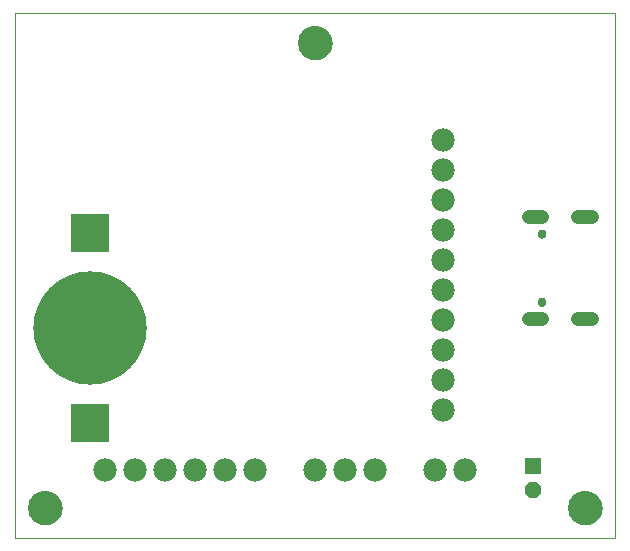
<source format=gbs>
G75*
%MOIN*%
%OFA0B0*%
%FSLAX25Y25*%
%IPPOS*%
%LPD*%
%AMOC8*
5,1,8,0,0,1.08239X$1,22.5*
%
%ADD10C,0.00000*%
%ADD11C,0.11424*%
%ADD12C,0.04762*%
%ADD13C,0.02959*%
%ADD14C,0.07800*%
%ADD15R,0.05518X0.05518*%
%ADD16OC8,0.05518*%
%ADD17R,0.12998X0.12998*%
%ADD18C,0.37802*%
D10*
X0002500Y0080658D02*
X0202500Y0080658D01*
X0202500Y0255658D01*
X0002500Y0255658D01*
X0002500Y0080658D01*
X0006988Y0090658D02*
X0006990Y0090806D01*
X0006996Y0090954D01*
X0007006Y0091102D01*
X0007020Y0091249D01*
X0007038Y0091396D01*
X0007059Y0091542D01*
X0007085Y0091688D01*
X0007115Y0091833D01*
X0007148Y0091977D01*
X0007186Y0092120D01*
X0007227Y0092262D01*
X0007272Y0092403D01*
X0007320Y0092543D01*
X0007373Y0092682D01*
X0007429Y0092819D01*
X0007489Y0092954D01*
X0007552Y0093088D01*
X0007619Y0093220D01*
X0007690Y0093350D01*
X0007764Y0093478D01*
X0007841Y0093604D01*
X0007922Y0093728D01*
X0008006Y0093850D01*
X0008093Y0093969D01*
X0008184Y0094086D01*
X0008278Y0094201D01*
X0008374Y0094313D01*
X0008474Y0094423D01*
X0008576Y0094529D01*
X0008682Y0094633D01*
X0008790Y0094734D01*
X0008901Y0094832D01*
X0009014Y0094928D01*
X0009130Y0095020D01*
X0009248Y0095109D01*
X0009369Y0095194D01*
X0009492Y0095277D01*
X0009617Y0095356D01*
X0009744Y0095432D01*
X0009873Y0095504D01*
X0010004Y0095573D01*
X0010137Y0095638D01*
X0010272Y0095699D01*
X0010408Y0095757D01*
X0010545Y0095812D01*
X0010684Y0095862D01*
X0010825Y0095909D01*
X0010966Y0095952D01*
X0011109Y0095992D01*
X0011253Y0096027D01*
X0011397Y0096059D01*
X0011543Y0096086D01*
X0011689Y0096110D01*
X0011836Y0096130D01*
X0011983Y0096146D01*
X0012130Y0096158D01*
X0012278Y0096166D01*
X0012426Y0096170D01*
X0012574Y0096170D01*
X0012722Y0096166D01*
X0012870Y0096158D01*
X0013017Y0096146D01*
X0013164Y0096130D01*
X0013311Y0096110D01*
X0013457Y0096086D01*
X0013603Y0096059D01*
X0013747Y0096027D01*
X0013891Y0095992D01*
X0014034Y0095952D01*
X0014175Y0095909D01*
X0014316Y0095862D01*
X0014455Y0095812D01*
X0014592Y0095757D01*
X0014728Y0095699D01*
X0014863Y0095638D01*
X0014996Y0095573D01*
X0015127Y0095504D01*
X0015256Y0095432D01*
X0015383Y0095356D01*
X0015508Y0095277D01*
X0015631Y0095194D01*
X0015752Y0095109D01*
X0015870Y0095020D01*
X0015986Y0094928D01*
X0016099Y0094832D01*
X0016210Y0094734D01*
X0016318Y0094633D01*
X0016424Y0094529D01*
X0016526Y0094423D01*
X0016626Y0094313D01*
X0016722Y0094201D01*
X0016816Y0094086D01*
X0016907Y0093969D01*
X0016994Y0093850D01*
X0017078Y0093728D01*
X0017159Y0093604D01*
X0017236Y0093478D01*
X0017310Y0093350D01*
X0017381Y0093220D01*
X0017448Y0093088D01*
X0017511Y0092954D01*
X0017571Y0092819D01*
X0017627Y0092682D01*
X0017680Y0092543D01*
X0017728Y0092403D01*
X0017773Y0092262D01*
X0017814Y0092120D01*
X0017852Y0091977D01*
X0017885Y0091833D01*
X0017915Y0091688D01*
X0017941Y0091542D01*
X0017962Y0091396D01*
X0017980Y0091249D01*
X0017994Y0091102D01*
X0018004Y0090954D01*
X0018010Y0090806D01*
X0018012Y0090658D01*
X0018010Y0090510D01*
X0018004Y0090362D01*
X0017994Y0090214D01*
X0017980Y0090067D01*
X0017962Y0089920D01*
X0017941Y0089774D01*
X0017915Y0089628D01*
X0017885Y0089483D01*
X0017852Y0089339D01*
X0017814Y0089196D01*
X0017773Y0089054D01*
X0017728Y0088913D01*
X0017680Y0088773D01*
X0017627Y0088634D01*
X0017571Y0088497D01*
X0017511Y0088362D01*
X0017448Y0088228D01*
X0017381Y0088096D01*
X0017310Y0087966D01*
X0017236Y0087838D01*
X0017159Y0087712D01*
X0017078Y0087588D01*
X0016994Y0087466D01*
X0016907Y0087347D01*
X0016816Y0087230D01*
X0016722Y0087115D01*
X0016626Y0087003D01*
X0016526Y0086893D01*
X0016424Y0086787D01*
X0016318Y0086683D01*
X0016210Y0086582D01*
X0016099Y0086484D01*
X0015986Y0086388D01*
X0015870Y0086296D01*
X0015752Y0086207D01*
X0015631Y0086122D01*
X0015508Y0086039D01*
X0015383Y0085960D01*
X0015256Y0085884D01*
X0015127Y0085812D01*
X0014996Y0085743D01*
X0014863Y0085678D01*
X0014728Y0085617D01*
X0014592Y0085559D01*
X0014455Y0085504D01*
X0014316Y0085454D01*
X0014175Y0085407D01*
X0014034Y0085364D01*
X0013891Y0085324D01*
X0013747Y0085289D01*
X0013603Y0085257D01*
X0013457Y0085230D01*
X0013311Y0085206D01*
X0013164Y0085186D01*
X0013017Y0085170D01*
X0012870Y0085158D01*
X0012722Y0085150D01*
X0012574Y0085146D01*
X0012426Y0085146D01*
X0012278Y0085150D01*
X0012130Y0085158D01*
X0011983Y0085170D01*
X0011836Y0085186D01*
X0011689Y0085206D01*
X0011543Y0085230D01*
X0011397Y0085257D01*
X0011253Y0085289D01*
X0011109Y0085324D01*
X0010966Y0085364D01*
X0010825Y0085407D01*
X0010684Y0085454D01*
X0010545Y0085504D01*
X0010408Y0085559D01*
X0010272Y0085617D01*
X0010137Y0085678D01*
X0010004Y0085743D01*
X0009873Y0085812D01*
X0009744Y0085884D01*
X0009617Y0085960D01*
X0009492Y0086039D01*
X0009369Y0086122D01*
X0009248Y0086207D01*
X0009130Y0086296D01*
X0009014Y0086388D01*
X0008901Y0086484D01*
X0008790Y0086582D01*
X0008682Y0086683D01*
X0008576Y0086787D01*
X0008474Y0086893D01*
X0008374Y0087003D01*
X0008278Y0087115D01*
X0008184Y0087230D01*
X0008093Y0087347D01*
X0008006Y0087466D01*
X0007922Y0087588D01*
X0007841Y0087712D01*
X0007764Y0087838D01*
X0007690Y0087966D01*
X0007619Y0088096D01*
X0007552Y0088228D01*
X0007489Y0088362D01*
X0007429Y0088497D01*
X0007373Y0088634D01*
X0007320Y0088773D01*
X0007272Y0088913D01*
X0007227Y0089054D01*
X0007186Y0089196D01*
X0007148Y0089339D01*
X0007115Y0089483D01*
X0007085Y0089628D01*
X0007059Y0089774D01*
X0007038Y0089920D01*
X0007020Y0090067D01*
X0007006Y0090214D01*
X0006996Y0090362D01*
X0006990Y0090510D01*
X0006988Y0090658D01*
X0096988Y0245658D02*
X0096990Y0245806D01*
X0096996Y0245954D01*
X0097006Y0246102D01*
X0097020Y0246249D01*
X0097038Y0246396D01*
X0097059Y0246542D01*
X0097085Y0246688D01*
X0097115Y0246833D01*
X0097148Y0246977D01*
X0097186Y0247120D01*
X0097227Y0247262D01*
X0097272Y0247403D01*
X0097320Y0247543D01*
X0097373Y0247682D01*
X0097429Y0247819D01*
X0097489Y0247954D01*
X0097552Y0248088D01*
X0097619Y0248220D01*
X0097690Y0248350D01*
X0097764Y0248478D01*
X0097841Y0248604D01*
X0097922Y0248728D01*
X0098006Y0248850D01*
X0098093Y0248969D01*
X0098184Y0249086D01*
X0098278Y0249201D01*
X0098374Y0249313D01*
X0098474Y0249423D01*
X0098576Y0249529D01*
X0098682Y0249633D01*
X0098790Y0249734D01*
X0098901Y0249832D01*
X0099014Y0249928D01*
X0099130Y0250020D01*
X0099248Y0250109D01*
X0099369Y0250194D01*
X0099492Y0250277D01*
X0099617Y0250356D01*
X0099744Y0250432D01*
X0099873Y0250504D01*
X0100004Y0250573D01*
X0100137Y0250638D01*
X0100272Y0250699D01*
X0100408Y0250757D01*
X0100545Y0250812D01*
X0100684Y0250862D01*
X0100825Y0250909D01*
X0100966Y0250952D01*
X0101109Y0250992D01*
X0101253Y0251027D01*
X0101397Y0251059D01*
X0101543Y0251086D01*
X0101689Y0251110D01*
X0101836Y0251130D01*
X0101983Y0251146D01*
X0102130Y0251158D01*
X0102278Y0251166D01*
X0102426Y0251170D01*
X0102574Y0251170D01*
X0102722Y0251166D01*
X0102870Y0251158D01*
X0103017Y0251146D01*
X0103164Y0251130D01*
X0103311Y0251110D01*
X0103457Y0251086D01*
X0103603Y0251059D01*
X0103747Y0251027D01*
X0103891Y0250992D01*
X0104034Y0250952D01*
X0104175Y0250909D01*
X0104316Y0250862D01*
X0104455Y0250812D01*
X0104592Y0250757D01*
X0104728Y0250699D01*
X0104863Y0250638D01*
X0104996Y0250573D01*
X0105127Y0250504D01*
X0105256Y0250432D01*
X0105383Y0250356D01*
X0105508Y0250277D01*
X0105631Y0250194D01*
X0105752Y0250109D01*
X0105870Y0250020D01*
X0105986Y0249928D01*
X0106099Y0249832D01*
X0106210Y0249734D01*
X0106318Y0249633D01*
X0106424Y0249529D01*
X0106526Y0249423D01*
X0106626Y0249313D01*
X0106722Y0249201D01*
X0106816Y0249086D01*
X0106907Y0248969D01*
X0106994Y0248850D01*
X0107078Y0248728D01*
X0107159Y0248604D01*
X0107236Y0248478D01*
X0107310Y0248350D01*
X0107381Y0248220D01*
X0107448Y0248088D01*
X0107511Y0247954D01*
X0107571Y0247819D01*
X0107627Y0247682D01*
X0107680Y0247543D01*
X0107728Y0247403D01*
X0107773Y0247262D01*
X0107814Y0247120D01*
X0107852Y0246977D01*
X0107885Y0246833D01*
X0107915Y0246688D01*
X0107941Y0246542D01*
X0107962Y0246396D01*
X0107980Y0246249D01*
X0107994Y0246102D01*
X0108004Y0245954D01*
X0108010Y0245806D01*
X0108012Y0245658D01*
X0108010Y0245510D01*
X0108004Y0245362D01*
X0107994Y0245214D01*
X0107980Y0245067D01*
X0107962Y0244920D01*
X0107941Y0244774D01*
X0107915Y0244628D01*
X0107885Y0244483D01*
X0107852Y0244339D01*
X0107814Y0244196D01*
X0107773Y0244054D01*
X0107728Y0243913D01*
X0107680Y0243773D01*
X0107627Y0243634D01*
X0107571Y0243497D01*
X0107511Y0243362D01*
X0107448Y0243228D01*
X0107381Y0243096D01*
X0107310Y0242966D01*
X0107236Y0242838D01*
X0107159Y0242712D01*
X0107078Y0242588D01*
X0106994Y0242466D01*
X0106907Y0242347D01*
X0106816Y0242230D01*
X0106722Y0242115D01*
X0106626Y0242003D01*
X0106526Y0241893D01*
X0106424Y0241787D01*
X0106318Y0241683D01*
X0106210Y0241582D01*
X0106099Y0241484D01*
X0105986Y0241388D01*
X0105870Y0241296D01*
X0105752Y0241207D01*
X0105631Y0241122D01*
X0105508Y0241039D01*
X0105383Y0240960D01*
X0105256Y0240884D01*
X0105127Y0240812D01*
X0104996Y0240743D01*
X0104863Y0240678D01*
X0104728Y0240617D01*
X0104592Y0240559D01*
X0104455Y0240504D01*
X0104316Y0240454D01*
X0104175Y0240407D01*
X0104034Y0240364D01*
X0103891Y0240324D01*
X0103747Y0240289D01*
X0103603Y0240257D01*
X0103457Y0240230D01*
X0103311Y0240206D01*
X0103164Y0240186D01*
X0103017Y0240170D01*
X0102870Y0240158D01*
X0102722Y0240150D01*
X0102574Y0240146D01*
X0102426Y0240146D01*
X0102278Y0240150D01*
X0102130Y0240158D01*
X0101983Y0240170D01*
X0101836Y0240186D01*
X0101689Y0240206D01*
X0101543Y0240230D01*
X0101397Y0240257D01*
X0101253Y0240289D01*
X0101109Y0240324D01*
X0100966Y0240364D01*
X0100825Y0240407D01*
X0100684Y0240454D01*
X0100545Y0240504D01*
X0100408Y0240559D01*
X0100272Y0240617D01*
X0100137Y0240678D01*
X0100004Y0240743D01*
X0099873Y0240812D01*
X0099744Y0240884D01*
X0099617Y0240960D01*
X0099492Y0241039D01*
X0099369Y0241122D01*
X0099248Y0241207D01*
X0099130Y0241296D01*
X0099014Y0241388D01*
X0098901Y0241484D01*
X0098790Y0241582D01*
X0098682Y0241683D01*
X0098576Y0241787D01*
X0098474Y0241893D01*
X0098374Y0242003D01*
X0098278Y0242115D01*
X0098184Y0242230D01*
X0098093Y0242347D01*
X0098006Y0242466D01*
X0097922Y0242588D01*
X0097841Y0242712D01*
X0097764Y0242838D01*
X0097690Y0242966D01*
X0097619Y0243096D01*
X0097552Y0243228D01*
X0097489Y0243362D01*
X0097429Y0243497D01*
X0097373Y0243634D01*
X0097320Y0243773D01*
X0097272Y0243913D01*
X0097227Y0244054D01*
X0097186Y0244196D01*
X0097148Y0244339D01*
X0097115Y0244483D01*
X0097085Y0244628D01*
X0097059Y0244774D01*
X0097038Y0244920D01*
X0097020Y0245067D01*
X0097006Y0245214D01*
X0096996Y0245362D01*
X0096990Y0245510D01*
X0096988Y0245658D01*
X0176732Y0182036D02*
X0176734Y0182107D01*
X0176740Y0182178D01*
X0176750Y0182249D01*
X0176764Y0182318D01*
X0176781Y0182387D01*
X0176803Y0182455D01*
X0176828Y0182522D01*
X0176857Y0182587D01*
X0176889Y0182650D01*
X0176925Y0182712D01*
X0176964Y0182771D01*
X0177007Y0182828D01*
X0177052Y0182883D01*
X0177101Y0182935D01*
X0177152Y0182984D01*
X0177206Y0183030D01*
X0177263Y0183074D01*
X0177321Y0183114D01*
X0177382Y0183150D01*
X0177445Y0183184D01*
X0177510Y0183213D01*
X0177576Y0183239D01*
X0177644Y0183262D01*
X0177712Y0183280D01*
X0177782Y0183295D01*
X0177852Y0183306D01*
X0177923Y0183313D01*
X0177994Y0183316D01*
X0178065Y0183315D01*
X0178136Y0183310D01*
X0178207Y0183301D01*
X0178277Y0183288D01*
X0178346Y0183272D01*
X0178414Y0183251D01*
X0178481Y0183227D01*
X0178547Y0183199D01*
X0178610Y0183167D01*
X0178672Y0183132D01*
X0178732Y0183094D01*
X0178790Y0183052D01*
X0178845Y0183008D01*
X0178898Y0182960D01*
X0178948Y0182909D01*
X0178995Y0182856D01*
X0179039Y0182800D01*
X0179080Y0182742D01*
X0179118Y0182681D01*
X0179152Y0182619D01*
X0179182Y0182554D01*
X0179209Y0182489D01*
X0179233Y0182421D01*
X0179252Y0182353D01*
X0179268Y0182284D01*
X0179280Y0182213D01*
X0179288Y0182143D01*
X0179292Y0182072D01*
X0179292Y0182000D01*
X0179288Y0181929D01*
X0179280Y0181859D01*
X0179268Y0181788D01*
X0179252Y0181719D01*
X0179233Y0181651D01*
X0179209Y0181583D01*
X0179182Y0181518D01*
X0179152Y0181453D01*
X0179118Y0181391D01*
X0179080Y0181330D01*
X0179039Y0181272D01*
X0178995Y0181216D01*
X0178948Y0181163D01*
X0178898Y0181112D01*
X0178845Y0181064D01*
X0178790Y0181020D01*
X0178732Y0180978D01*
X0178672Y0180940D01*
X0178610Y0180905D01*
X0178547Y0180873D01*
X0178481Y0180845D01*
X0178414Y0180821D01*
X0178346Y0180800D01*
X0178277Y0180784D01*
X0178207Y0180771D01*
X0178136Y0180762D01*
X0178065Y0180757D01*
X0177994Y0180756D01*
X0177923Y0180759D01*
X0177852Y0180766D01*
X0177782Y0180777D01*
X0177712Y0180792D01*
X0177644Y0180810D01*
X0177576Y0180833D01*
X0177510Y0180859D01*
X0177445Y0180888D01*
X0177382Y0180922D01*
X0177321Y0180958D01*
X0177263Y0180998D01*
X0177206Y0181042D01*
X0177152Y0181088D01*
X0177101Y0181137D01*
X0177052Y0181189D01*
X0177007Y0181244D01*
X0176964Y0181301D01*
X0176925Y0181360D01*
X0176889Y0181422D01*
X0176857Y0181485D01*
X0176828Y0181550D01*
X0176803Y0181617D01*
X0176781Y0181685D01*
X0176764Y0181754D01*
X0176750Y0181823D01*
X0176740Y0181894D01*
X0176734Y0181965D01*
X0176732Y0182036D01*
X0176732Y0159280D02*
X0176734Y0159351D01*
X0176740Y0159422D01*
X0176750Y0159493D01*
X0176764Y0159562D01*
X0176781Y0159631D01*
X0176803Y0159699D01*
X0176828Y0159766D01*
X0176857Y0159831D01*
X0176889Y0159894D01*
X0176925Y0159956D01*
X0176964Y0160015D01*
X0177007Y0160072D01*
X0177052Y0160127D01*
X0177101Y0160179D01*
X0177152Y0160228D01*
X0177206Y0160274D01*
X0177263Y0160318D01*
X0177321Y0160358D01*
X0177382Y0160394D01*
X0177445Y0160428D01*
X0177510Y0160457D01*
X0177576Y0160483D01*
X0177644Y0160506D01*
X0177712Y0160524D01*
X0177782Y0160539D01*
X0177852Y0160550D01*
X0177923Y0160557D01*
X0177994Y0160560D01*
X0178065Y0160559D01*
X0178136Y0160554D01*
X0178207Y0160545D01*
X0178277Y0160532D01*
X0178346Y0160516D01*
X0178414Y0160495D01*
X0178481Y0160471D01*
X0178547Y0160443D01*
X0178610Y0160411D01*
X0178672Y0160376D01*
X0178732Y0160338D01*
X0178790Y0160296D01*
X0178845Y0160252D01*
X0178898Y0160204D01*
X0178948Y0160153D01*
X0178995Y0160100D01*
X0179039Y0160044D01*
X0179080Y0159986D01*
X0179118Y0159925D01*
X0179152Y0159863D01*
X0179182Y0159798D01*
X0179209Y0159733D01*
X0179233Y0159665D01*
X0179252Y0159597D01*
X0179268Y0159528D01*
X0179280Y0159457D01*
X0179288Y0159387D01*
X0179292Y0159316D01*
X0179292Y0159244D01*
X0179288Y0159173D01*
X0179280Y0159103D01*
X0179268Y0159032D01*
X0179252Y0158963D01*
X0179233Y0158895D01*
X0179209Y0158827D01*
X0179182Y0158762D01*
X0179152Y0158697D01*
X0179118Y0158635D01*
X0179080Y0158574D01*
X0179039Y0158516D01*
X0178995Y0158460D01*
X0178948Y0158407D01*
X0178898Y0158356D01*
X0178845Y0158308D01*
X0178790Y0158264D01*
X0178732Y0158222D01*
X0178672Y0158184D01*
X0178610Y0158149D01*
X0178547Y0158117D01*
X0178481Y0158089D01*
X0178414Y0158065D01*
X0178346Y0158044D01*
X0178277Y0158028D01*
X0178207Y0158015D01*
X0178136Y0158006D01*
X0178065Y0158001D01*
X0177994Y0158000D01*
X0177923Y0158003D01*
X0177852Y0158010D01*
X0177782Y0158021D01*
X0177712Y0158036D01*
X0177644Y0158054D01*
X0177576Y0158077D01*
X0177510Y0158103D01*
X0177445Y0158132D01*
X0177382Y0158166D01*
X0177321Y0158202D01*
X0177263Y0158242D01*
X0177206Y0158286D01*
X0177152Y0158332D01*
X0177101Y0158381D01*
X0177052Y0158433D01*
X0177007Y0158488D01*
X0176964Y0158545D01*
X0176925Y0158604D01*
X0176889Y0158666D01*
X0176857Y0158729D01*
X0176828Y0158794D01*
X0176803Y0158861D01*
X0176781Y0158929D01*
X0176764Y0158998D01*
X0176750Y0159067D01*
X0176740Y0159138D01*
X0176734Y0159209D01*
X0176732Y0159280D01*
X0186988Y0090658D02*
X0186990Y0090806D01*
X0186996Y0090954D01*
X0187006Y0091102D01*
X0187020Y0091249D01*
X0187038Y0091396D01*
X0187059Y0091542D01*
X0187085Y0091688D01*
X0187115Y0091833D01*
X0187148Y0091977D01*
X0187186Y0092120D01*
X0187227Y0092262D01*
X0187272Y0092403D01*
X0187320Y0092543D01*
X0187373Y0092682D01*
X0187429Y0092819D01*
X0187489Y0092954D01*
X0187552Y0093088D01*
X0187619Y0093220D01*
X0187690Y0093350D01*
X0187764Y0093478D01*
X0187841Y0093604D01*
X0187922Y0093728D01*
X0188006Y0093850D01*
X0188093Y0093969D01*
X0188184Y0094086D01*
X0188278Y0094201D01*
X0188374Y0094313D01*
X0188474Y0094423D01*
X0188576Y0094529D01*
X0188682Y0094633D01*
X0188790Y0094734D01*
X0188901Y0094832D01*
X0189014Y0094928D01*
X0189130Y0095020D01*
X0189248Y0095109D01*
X0189369Y0095194D01*
X0189492Y0095277D01*
X0189617Y0095356D01*
X0189744Y0095432D01*
X0189873Y0095504D01*
X0190004Y0095573D01*
X0190137Y0095638D01*
X0190272Y0095699D01*
X0190408Y0095757D01*
X0190545Y0095812D01*
X0190684Y0095862D01*
X0190825Y0095909D01*
X0190966Y0095952D01*
X0191109Y0095992D01*
X0191253Y0096027D01*
X0191397Y0096059D01*
X0191543Y0096086D01*
X0191689Y0096110D01*
X0191836Y0096130D01*
X0191983Y0096146D01*
X0192130Y0096158D01*
X0192278Y0096166D01*
X0192426Y0096170D01*
X0192574Y0096170D01*
X0192722Y0096166D01*
X0192870Y0096158D01*
X0193017Y0096146D01*
X0193164Y0096130D01*
X0193311Y0096110D01*
X0193457Y0096086D01*
X0193603Y0096059D01*
X0193747Y0096027D01*
X0193891Y0095992D01*
X0194034Y0095952D01*
X0194175Y0095909D01*
X0194316Y0095862D01*
X0194455Y0095812D01*
X0194592Y0095757D01*
X0194728Y0095699D01*
X0194863Y0095638D01*
X0194996Y0095573D01*
X0195127Y0095504D01*
X0195256Y0095432D01*
X0195383Y0095356D01*
X0195508Y0095277D01*
X0195631Y0095194D01*
X0195752Y0095109D01*
X0195870Y0095020D01*
X0195986Y0094928D01*
X0196099Y0094832D01*
X0196210Y0094734D01*
X0196318Y0094633D01*
X0196424Y0094529D01*
X0196526Y0094423D01*
X0196626Y0094313D01*
X0196722Y0094201D01*
X0196816Y0094086D01*
X0196907Y0093969D01*
X0196994Y0093850D01*
X0197078Y0093728D01*
X0197159Y0093604D01*
X0197236Y0093478D01*
X0197310Y0093350D01*
X0197381Y0093220D01*
X0197448Y0093088D01*
X0197511Y0092954D01*
X0197571Y0092819D01*
X0197627Y0092682D01*
X0197680Y0092543D01*
X0197728Y0092403D01*
X0197773Y0092262D01*
X0197814Y0092120D01*
X0197852Y0091977D01*
X0197885Y0091833D01*
X0197915Y0091688D01*
X0197941Y0091542D01*
X0197962Y0091396D01*
X0197980Y0091249D01*
X0197994Y0091102D01*
X0198004Y0090954D01*
X0198010Y0090806D01*
X0198012Y0090658D01*
X0198010Y0090510D01*
X0198004Y0090362D01*
X0197994Y0090214D01*
X0197980Y0090067D01*
X0197962Y0089920D01*
X0197941Y0089774D01*
X0197915Y0089628D01*
X0197885Y0089483D01*
X0197852Y0089339D01*
X0197814Y0089196D01*
X0197773Y0089054D01*
X0197728Y0088913D01*
X0197680Y0088773D01*
X0197627Y0088634D01*
X0197571Y0088497D01*
X0197511Y0088362D01*
X0197448Y0088228D01*
X0197381Y0088096D01*
X0197310Y0087966D01*
X0197236Y0087838D01*
X0197159Y0087712D01*
X0197078Y0087588D01*
X0196994Y0087466D01*
X0196907Y0087347D01*
X0196816Y0087230D01*
X0196722Y0087115D01*
X0196626Y0087003D01*
X0196526Y0086893D01*
X0196424Y0086787D01*
X0196318Y0086683D01*
X0196210Y0086582D01*
X0196099Y0086484D01*
X0195986Y0086388D01*
X0195870Y0086296D01*
X0195752Y0086207D01*
X0195631Y0086122D01*
X0195508Y0086039D01*
X0195383Y0085960D01*
X0195256Y0085884D01*
X0195127Y0085812D01*
X0194996Y0085743D01*
X0194863Y0085678D01*
X0194728Y0085617D01*
X0194592Y0085559D01*
X0194455Y0085504D01*
X0194316Y0085454D01*
X0194175Y0085407D01*
X0194034Y0085364D01*
X0193891Y0085324D01*
X0193747Y0085289D01*
X0193603Y0085257D01*
X0193457Y0085230D01*
X0193311Y0085206D01*
X0193164Y0085186D01*
X0193017Y0085170D01*
X0192870Y0085158D01*
X0192722Y0085150D01*
X0192574Y0085146D01*
X0192426Y0085146D01*
X0192278Y0085150D01*
X0192130Y0085158D01*
X0191983Y0085170D01*
X0191836Y0085186D01*
X0191689Y0085206D01*
X0191543Y0085230D01*
X0191397Y0085257D01*
X0191253Y0085289D01*
X0191109Y0085324D01*
X0190966Y0085364D01*
X0190825Y0085407D01*
X0190684Y0085454D01*
X0190545Y0085504D01*
X0190408Y0085559D01*
X0190272Y0085617D01*
X0190137Y0085678D01*
X0190004Y0085743D01*
X0189873Y0085812D01*
X0189744Y0085884D01*
X0189617Y0085960D01*
X0189492Y0086039D01*
X0189369Y0086122D01*
X0189248Y0086207D01*
X0189130Y0086296D01*
X0189014Y0086388D01*
X0188901Y0086484D01*
X0188790Y0086582D01*
X0188682Y0086683D01*
X0188576Y0086787D01*
X0188474Y0086893D01*
X0188374Y0087003D01*
X0188278Y0087115D01*
X0188184Y0087230D01*
X0188093Y0087347D01*
X0188006Y0087466D01*
X0187922Y0087588D01*
X0187841Y0087712D01*
X0187764Y0087838D01*
X0187690Y0087966D01*
X0187619Y0088096D01*
X0187552Y0088228D01*
X0187489Y0088362D01*
X0187429Y0088497D01*
X0187373Y0088634D01*
X0187320Y0088773D01*
X0187272Y0088913D01*
X0187227Y0089054D01*
X0187186Y0089196D01*
X0187148Y0089339D01*
X0187115Y0089483D01*
X0187085Y0089628D01*
X0187059Y0089774D01*
X0187038Y0089920D01*
X0187020Y0090067D01*
X0187006Y0090214D01*
X0186996Y0090362D01*
X0186990Y0090510D01*
X0186988Y0090658D01*
D11*
X0192500Y0090658D03*
X0102500Y0245658D03*
X0012500Y0090658D03*
D12*
X0173862Y0153650D02*
X0178224Y0153650D01*
X0190319Y0153650D02*
X0194681Y0153650D01*
X0194681Y0187666D02*
X0190319Y0187666D01*
X0178224Y0187666D02*
X0173862Y0187666D01*
D13*
X0178012Y0182036D03*
X0178012Y0159280D03*
D14*
X0145000Y0163158D03*
X0145000Y0153158D03*
X0145000Y0143158D03*
X0145000Y0133158D03*
X0145000Y0123158D03*
X0142500Y0103158D03*
X0152500Y0103158D03*
X0122500Y0103158D03*
X0112500Y0103158D03*
X0102500Y0103158D03*
X0082500Y0103158D03*
X0072500Y0103158D03*
X0062500Y0103158D03*
X0052500Y0103158D03*
X0042500Y0103158D03*
X0032500Y0103158D03*
X0145000Y0173158D03*
X0145000Y0183158D03*
X0145000Y0193158D03*
X0145000Y0203158D03*
X0145000Y0213158D03*
D15*
X0175000Y0104595D03*
D16*
X0175000Y0096721D03*
D17*
X0027500Y0118965D03*
X0027500Y0182351D03*
D18*
X0027500Y0150658D03*
M02*

</source>
